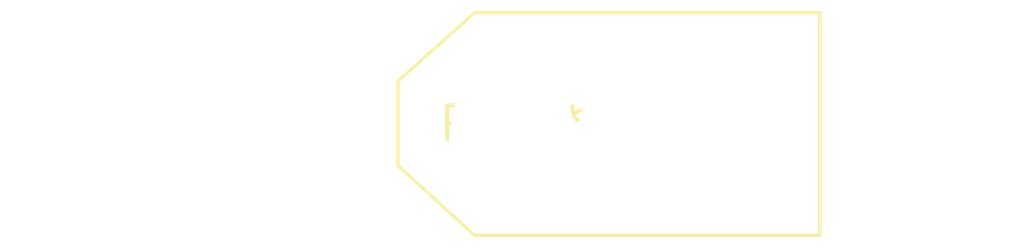
<source format=kicad_pcb>
(kicad_pcb (version 20240108) (generator pcbnew)
  (layers (0 "F.Cu" signal) (31 "B.Cu" signal) (34 "B.Paste" user) (35 "F.Paste" user) (36 "B.SilkS" user "B.Silkscreen") (37 "F.SilkS" user "F.Silkscreen") (38 "B.Mask" user) (39 "F.Mask" user) (44 "Edge.Cuts" user))
  (net 0 "")
  (footprint "AMASS_XT60-F_1x02_P7.20mm_Vertical" (layer "F.Cu") (at 0 0)
    (property "Reference" "REF**")
    (property "Value" "AMASS_XT60-F_1x02_P7.20mm_Vertical")
    (fp_line (start -4.25 -1.6) (end -4.25 1.55) (layer "F.SilkS") (stroke (width 0.12)))
    (fp_line (start -4.25 1.55) (end -1.4 4.15) (layer "F.SilkS") (stroke (width 0.12)))
    (fp_line (start -1.4 -4.15) (end -4.25 -1.6) (layer "F.SilkS") (stroke (width 0.12)))
    (fp_line (start -1.4 4.15) (end 11.45 4.15) (layer "F.SilkS") (stroke (width 0.12)))
    (fp_line (start 11.45 -4.15) (end -1.4 -4.15) (layer "F.SilkS") (stroke (width 0.12)))
    (fp_line (start 11.45 4.15) (end 11.45 -4.15) (layer "F.SilkS") (stroke (width 0.12)))
    (pad "1" thru_hole roundrect (at 0 0) (size 6 6) (drill 4.5) (layers *.Cu *.Mask) (remove_unused_layers))
    (pad "2" thru_hole circle (at 7.2 0) (size 6 6) (drill 4.5) (layers *.Cu *.Mask) (remove_unused_layers))
  )
)
</source>
